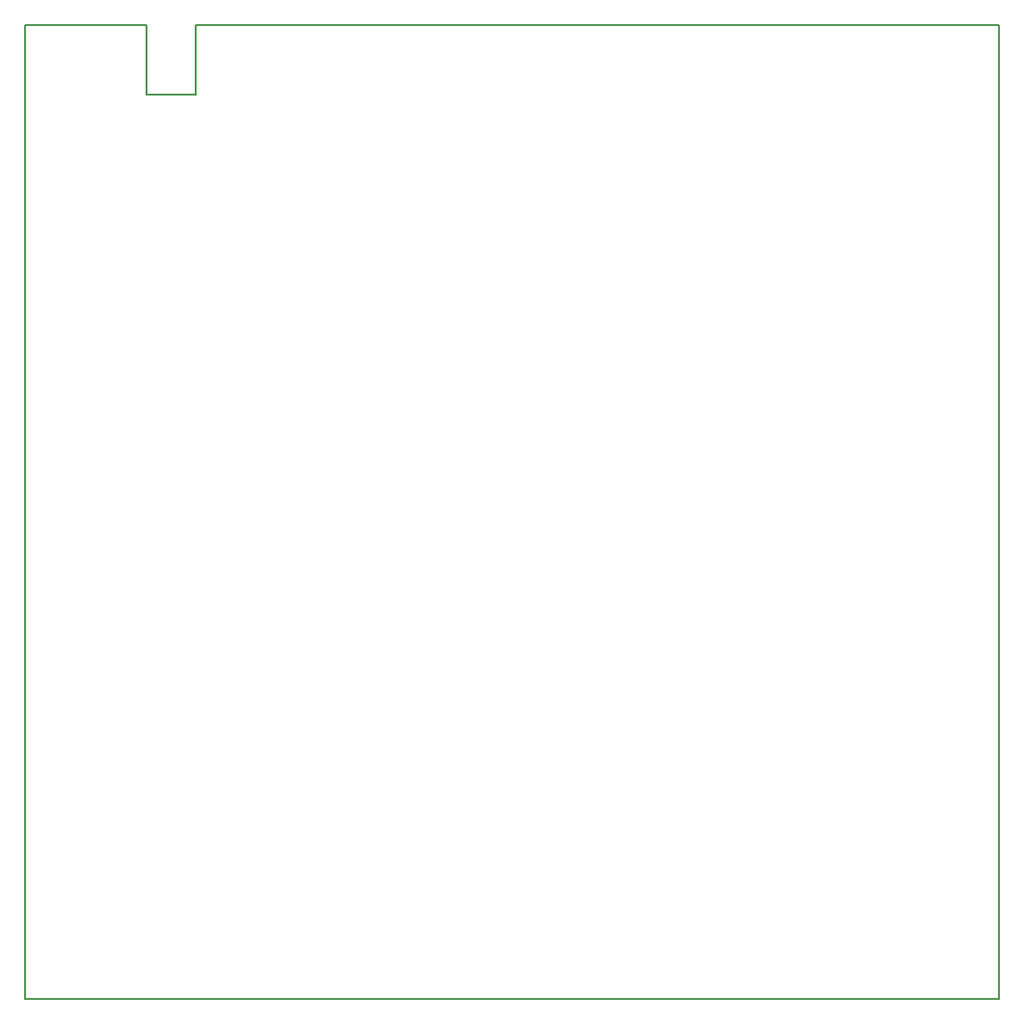
<source format=gbr>
G04 DipTrace 3.3.1.3*
G04 BoardOutline.gbr*
%MOIN*%
G04 #@! TF.FileFunction,Profile*
G04 #@! TF.Part,Single*
%ADD11C,0.005512*%
%FSLAX26Y26*%
G04*
G70*
G90*
G75*
G01*
G04 BoardOutline*
%LPD*%
X393700Y393700D2*
D11*
Y3893700D1*
X831200D1*
Y3643700D1*
X1006200D1*
Y3893700D1*
X3893700D1*
Y393700D1*
X393700D1*
M02*

</source>
